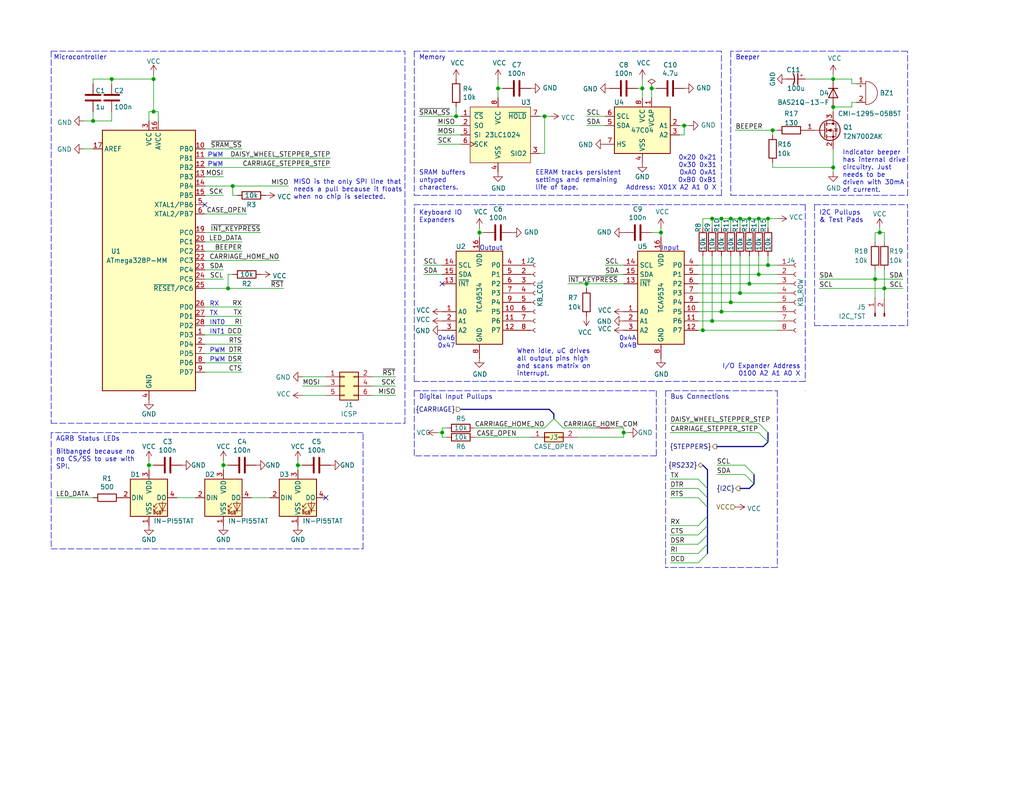
<source format=kicad_sch>
(kicad_sch (version 20211123) (generator eeschema)
  (paper "USLetter")
  (title_block (title "Microcontroller") (date "2022-07-15") (rev "1.0.0") (company "Zach Anderson"))
  (lib_symbols
    (symbol "Connector:Conn_01x02_Male" (pin_names (offset 1.016) hide)
      (property "Reference" "J" (at 0 2.54 0))
      (property "Value" "Conn_01x02_Male" (at 0 -5.08 0))
      (symbol "Conn_01x02_Male_1_1"
        (pin passive line (at 5.08 0 180) (length 3.81) (name "Pin_1") (number "1"))
        (pin passive line (at 5.08 -2.54 180) (length 3.81) (name "Pin_2") (number "2"))
      )
    )
    (symbol "Connector:Conn_01x08_Female" (pin_names (offset 1.016) hide)
      (property "Reference" "J" (at 0 10.16 0))
      (property "Value" "Conn_01x08_Female" (at 0 -12.7 0))
      (symbol "Conn_01x08_Female_1_1"
        (pin passive line (at -5.08 7.62 0) (length 3.81) (name "Pin_1") (number "1"))
        (pin passive line (at -5.08 5.08 0) (length 3.81) (name "Pin_2") (number "2"))
        (pin passive line (at -5.08 2.54 0) (length 3.81) (name "Pin_3") (number "3"))
        (pin passive line (at -5.08 0 0) (length 3.81) (name "Pin_4") (number "4"))
        (pin passive line (at -5.08 -2.54 0) (length 3.81) (name "Pin_5") (number "5"))
        (pin passive line (at -5.08 -5.08 0) (length 3.81) (name "Pin_6") (number "6"))
        (pin passive line (at -5.08 -7.62 0) (length 3.81) (name "Pin_7") (number "7"))
        (pin passive line (at -5.08 -10.16 0) (length 3.81) (name "Pin_8") (number "8"))
      )
    )
    (symbol "Connector_Generic:Conn_02x01" (pin_names (offset 1.016) hide)
      (property "Reference" "J" (at 1.27 2.54 0))
      (property "Value" "Conn_02x01" (at 1.27 -2.54 0))
      (symbol "Conn_02x01_1_1"
        (pin passive line (at -5.08 0 0) (length 3.81) (name "Pin_1") (number "1"))
        (pin passive line (at 7.62 0 180) (length 3.81) (name "Pin_2") (number "2"))
      )
    )
    (symbol "Connector_Generic:Conn_02x03_Odd_Even" (pin_names (offset 1.016) hide)
      (property "Reference" "J" (at 1.27 5.08 0))
      (property "Value" "Conn_02x03_Odd_Even" (at 1.27 -5.08 0))
      (symbol "Conn_02x03_Odd_Even_1_1"
        (pin passive line (at -5.08 2.54 0) (length 3.81) (name "Pin_1") (number "1"))
        (pin passive line (at 7.62 2.54 180) (length 3.81) (name "Pin_2") (number "2"))
        (pin passive line (at -5.08 0 0) (length 3.81) (name "Pin_3") (number "3"))
        (pin passive line (at 7.62 0 180) (length 3.81) (name "Pin_4") (number "4"))
        (pin passive line (at -5.08 -2.54 0) (length 3.81) (name "Pin_5") (number "5"))
        (pin passive line (at 7.62 -2.54 180) (length 3.81) (name "Pin_6") (number "6"))
      )
    )
    (symbol "Device:Buzzer" (pin_names (offset 0.0254) hide)
      (property "Reference" "BZ" (at 3.81 1.27 0))
      (property "Value" "Buzzer" (at 3.81 -1.27 0))
      (symbol "Buzzer_1_1"
        (pin passive line (at -2.54 2.54 0) (length 2.54) (name "-") (number "1"))
        (pin passive line (at -2.54 -2.54 0) (length 2.54) (name "+") (number "2"))
      )
    )
    (symbol "Device:C" (pin_numbers hide) (pin_names (offset 0.254))
      (property "Reference" "C" (at 0.635 2.54 0))
      (property "Value" "C" (at 0.635 -2.54 0))
      (symbol "C_1_1"
        (pin passive line (at 0 3.81 270) (length 2.794) (name "~") (number "1"))
        (pin passive line (at 0 -3.81 90) (length 2.794) (name "~") (number "2"))
      )
    )
    (symbol "Device:C_Polarized_Small_US" (pin_numbers hide) (pin_names (offset 0.254) hide)
      (property "Reference" "C" (at 0.254 1.778 0))
      (property "Value" "C_Polarized_Small_US" (at 0.254 -2.032 0))
      (symbol "C_Polarized_Small_US_1_1"
        (pin passive line (at 0 2.54 270) (length 2.032) (name "~") (number "1"))
        (pin passive line (at 0 -2.54 90) (length 2.032) (name "~") (number "2"))
      )
    )
    (symbol "Device:D" (pin_numbers hide) (pin_names (offset 1.016) hide)
      (property "Reference" "D" (at 0 2.54 0))
      (property "Value" "D" (at 0 -2.54 0))
      (symbol "D_1_1"
        (pin passive line (at -3.81 0 0) (length 2.54) (name "K") (number "1"))
        (pin passive line (at 3.81 0 180) (length 2.54) (name "A") (number "2"))
      )
    )
    (symbol "Device:NetTie_2" (pin_numbers hide) (pin_names (offset 0) hide)
      (property "Reference" "NT" (at 0 1.27 0))
      (property "Value" "NetTie_2" (at 0 -1.27 0))
      (symbol "NetTie_2_1_1"
        (pin passive line (at -2.54 0 0) (length 2.54) (name "1") (number "1"))
        (pin passive line (at 2.54 0 180) (length 2.54) (name "2") (number "2"))
      )
    )
    (symbol "Device:Q_NMOS_GSD" (pin_names (offset 0) hide)
      (property "Reference" "Q" (at 5.08 1.27 0))
      (property "Value" "Q_NMOS_GSD" (at 5.08 -1.27 0))
      (symbol "Q_NMOS_GSD_1_1"
        (pin input line (at -5.08 0 0) (length 2.54) (name "G") (number "1"))
        (pin passive line (at 2.54 -5.08 90) (length 2.54) (name "S") (number "2"))
        (pin passive line (at 2.54 5.08 270) (length 2.54) (name "D") (number "3"))
      )
    )
    (symbol "Device:R" (pin_numbers hide) (pin_names (offset 0))
      (property "Reference" "R" (at 2.032 0 90))
      (property "Value" "R" (at 0 0 90))
      (symbol "R_1_1"
        (pin passive line (at 0 3.81 270) (length 1.27) (name "~") (number "1"))
        (pin passive line (at 0 -3.81 90) (length 1.27) (name "~") (number "2"))
      )
    )
    (symbol "Interface_Expansion:TCA9534"
      (property "Reference" "U" (at -6.35 12.7 0))
      (property "Value" "TCA9534" (at 2.54 12.7 0))
      (symbol "TCA9534_1_1"
        (pin input line (at -10.16 -5.08 0) (length 3.81) (name "A0") (number "1"))
        (pin bidirectional line (at 10.16 -5.08 180) (length 3.81) (name "P5") (number "10"))
        (pin bidirectional line (at 10.16 -7.62 180) (length 3.81) (name "P6") (number "11"))
        (pin bidirectional line (at 10.16 -10.16 180) (length 3.81) (name "P7") (number "12"))
        (pin open_collector line (at -10.16 2.54 0) (length 3.81) (name "~{INT}") (number "13"))
        (pin input line (at -10.16 7.62 0) (length 3.81) (name "SCL") (number "14"))
        (pin bidirectional line (at -10.16 5.08 0) (length 3.81) (name "SDA") (number "15"))
        (pin power_in line (at 0 15.24 270) (length 3.81) (name "VDD") (number "16"))
        (pin input line (at -10.16 -7.62 0) (length 3.81) (name "A1") (number "2"))
        (pin input line (at -10.16 -10.16 0) (length 3.81) (name "A2") (number "3"))
        (pin bidirectional line (at 10.16 7.62 180) (length 3.81) (name "P0") (number "4"))
        (pin bidirectional line (at 10.16 5.08 180) (length 3.81) (name "P1") (number "5"))
        (pin bidirectional line (at 10.16 2.54 180) (length 3.81) (name "P2") (number "6"))
        (pin bidirectional line (at 10.16 0 180) (length 3.81) (name "P3") (number "7"))
        (pin power_in line (at 0 -17.78 90) (length 3.81) (name "GND") (number "8"))
        (pin bidirectional line (at 10.16 -2.54 180) (length 3.81) (name "P4") (number "9"))
      )
    )
    (symbol "LED:Inolux_IN-PI554FCH" (pin_names (offset 0.254))
      (property "Reference" "D" (at 5.08 5.715 0))
      (property "Value" "Inolux_IN-PI554FCH" (at 1.27 -5.715 0))
      (symbol "Inolux_IN-PI554FCH_0_0"
        (text "RGB" (at 2.286 -4.191 0) (effects (font (size 0.762 0.762))))
      )
      (symbol "Inolux_IN-PI554FCH_1_1"
        (pin power_in line (at 0 -7.62 90) (length 2.54) (name "VSS") (number "1"))
        (pin input line (at -7.62 0 0) (length 2.54) (name "DIN") (number "2"))
        (pin power_in line (at 0 7.62 270) (length 2.54) (name "VDD") (number "3"))
        (pin output line (at 7.62 0 180) (length 2.54) (name "DO") (number "4"))
      )
    )
    (symbol "MCU_Microchip_ATmega:ATmega328P-MM"
      (property "Reference" "U" (at -12.7 36.83 0))
      (property "Value" "ATmega328P-MM" (at 2.54 -36.83 0))
      (symbol "ATmega328P-MM_1_1"
        (pin bidirectional line (at 15.24 -20.32 180) (length 2.54) (name "PD3") (number "1"))
        (pin bidirectional line (at 15.24 30.48 180) (length 2.54) (name "PB0") (number "10"))
        (pin bidirectional line (at 15.24 27.94 180) (length 2.54) (name "PB1") (number "11"))
        (pin bidirectional line (at 15.24 25.4 180) (length 2.54) (name "PB2") (number "12"))
        (pin bidirectional line (at 15.24 22.86 180) (length 2.54) (name "PB3") (number "13"))
        (pin bidirectional line (at 15.24 20.32 180) (length 2.54) (name "PB4") (number "14"))
        (pin bidirectional line (at 15.24 17.78 180) (length 2.54) (name "PB5") (number "15"))
        (pin power_in line (at 2.54 38.1 270) (length 2.54) (name "AVCC") (number "16"))
        (pin passive line (at -15.24 30.48 0) (length 2.54) (name "AREF") (number "17"))
        (pin passive line (at 0 -38.1 90) (length 2.54) hide (name "GND") (number "18"))
        (pin bidirectional line (at 15.24 7.62 180) (length 2.54) (name "PC0") (number "19"))
        (pin bidirectional line (at 15.24 -22.86 180) (length 2.54) (name "PD4") (number "2"))
        (pin bidirectional line (at 15.24 5.08 180) (length 2.54) (name "PC1") (number "20"))
        (pin bidirectional line (at 15.24 2.54 180) (length 2.54) (name "PC2") (number "21"))
        (pin bidirectional line (at 15.24 0 180) (length 2.54) (name "PC3") (number "22"))
        (pin bidirectional line (at 15.24 -2.54 180) (length 2.54) (name "PC4") (number "23"))
        (pin bidirectional line (at 15.24 -5.08 180) (length 2.54) (name "PC5") (number "24"))
        (pin bidirectional line (at 15.24 -7.62 180) (length 2.54) (name "~{RESET}/PC6") (number "25"))
        (pin bidirectional line (at 15.24 -12.7 180) (length 2.54) (name "PD0") (number "26"))
        (pin bidirectional line (at 15.24 -15.24 180) (length 2.54) (name "PD1") (number "27"))
        (pin bidirectional line (at 15.24 -17.78 180) (length 2.54) (name "PD2") (number "28"))
        (pin passive line (at 0 -38.1 90) (length 2.54) hide (name "GND") (number "29"))
        (pin power_in line (at 0 38.1 270) (length 2.54) (name "VCC") (number "3"))
        (pin power_in line (at 0 -38.1 90) (length 2.54) (name "GND") (number "4"))
        (pin bidirectional line (at 15.24 15.24 180) (length 2.54) (name "XTAL1/PB6") (number "5"))
        (pin bidirectional line (at 15.24 12.7 180) (length 2.54) (name "XTAL2/PB7") (number "6"))
        (pin bidirectional line (at 15.24 -25.4 180) (length 2.54) (name "PD5") (number "7"))
        (pin bidirectional line (at 15.24 -27.94 180) (length 2.54) (name "PD6") (number "8"))
        (pin bidirectional line (at 15.24 -30.48 180) (length 2.54) (name "PD7") (number "9"))
      )
    )
    (symbol "Memory_NVRAM:47C04"
      (property "Reference" "U" (at -6.35 6.35 0))
      (property "Value" "47C04" (at 7.62 6.35 0))
      (symbol "47C04_1_1"
        (pin power_in line (at 2.54 7.62 270) (length 2.54) (name "VCAP") (number "1"))
        (pin input line (at 10.16 0 180) (length 2.54) (name "A1") (number "2"))
        (pin input line (at 10.16 -2.54 180) (length 2.54) (name "A2") (number "3"))
        (pin power_in line (at 0 -10.16 90) (length 2.54) (name "VSS") (number "4"))
        (pin bidirectional line (at -10.16 0 0) (length 2.54) (name "SDA") (number "5"))
        (pin input line (at -10.16 2.54 0) (length 2.54) (name "SCL") (number "6"))
        (pin input line (at -10.16 -5.08 0) (length 2.54) (name "HS") (number "7"))
        (pin power_in line (at 0 7.62 270) (length 2.54) (name "VCC") (number "8"))
      )
    )
    (symbol "power:GND" (power) (pin_names (offset 0))
      (property "Value" "GND" (at 0 -3.81 0))
      (symbol "GND_1_1"
        (pin power_in line (at 0 0 270) (length 0) hide (name "GND") (number "1"))
      )
    )
    (symbol "power:PWR_FLAG" (power) (pin_numbers hide) (pin_names (offset 0) hide)
      (property "Value" "PWR_FLAG" (at 0 3.81 0))
      (symbol "PWR_FLAG_0_0"
        (pin power_out line (at 0 0 90) (length 0) (name "pwr") (number "1"))
      )
    )
    (symbol "power:VCC" (power) (pin_names (offset 0))
      (property "Value" "VCC" (at 0 3.81 0))
      (symbol "VCC_1_1"
        (pin power_in line (at 0 0 90) (length 0) hide (name "VCC") (number "1"))
      )
    )
    (symbol "typerwriter:23LC1024" (pin_names (offset 1.016))
      (property "Reference" "U" (at -6.35 8.89 0))
      (property "Value" "23LC1024" (at 1.27 0 0))
      (symbol "23LC1024_1_1"
        (pin input line (at -10.16 5.08 0) (length 2.54) (name "~{CS}") (number "1"))
        (pin output line (at -10.16 2.54 0) (length 2.54) (name "SO") (number "2"))
        (pin input line (at 11.43 -5.08 180) (length 2.54) (name "SIO2") (number "3"))
        (pin power_in line (at 0 -10.16 90) (length 2.54) (name "VSS") (number "4"))
        (pin output line (at -10.16 0 0) (length 2.54) (name "SI") (number "5"))
        (pin input clock (at -10.16 -2.54 0) (length 2.54) (name "SCK") (number "6"))
        (pin input line (at 11.43 5.08 180) (length 2.54) (name "~{HOLD}") (number "7"))
        (pin power_in line (at 0 10.16 270) (length 2.54) (name "VCC") (number "8"))
      )
    )
  )
  (bus_alias "I2C" (members "SCL" "SDA"))
  (bus_alias "RS232" (members "TX" "DTR" "RTS" "RX" "CTS" "DSR" "RI" "DCD"))
  (bus_alias "STEPPERS" (members "DAISY_WHEEL_STEPPER_STEP" "CARRIAGE_STEPPER_STEP"))
  (junction (at 207.01 74.93))
  (junction (at 191.77 90.17))
  (junction (at 124.46 31.75))
  (junction (at 177.8 24.13))
  (junction (at 63.5 50.8))
  (junction (at 227.33 29.21))
  (junction (at 227.33 45.72))
  (junction (at 194.31 87.63))
  (junction (at 81.28 127))
  (junction (at 209.55 72.39))
  (junction (at 196.85 85.09))
  (junction (at 201.93 59.69))
  (junction (at 186.69 34.29))
  (junction (at 238.76 76.2))
  (junction (at 201.93 80.01))
  (junction (at 135.89 24.13))
  (junction (at 180.34 63.5))
  (junction (at 60.96 127))
  (junction (at 62.23 78.74))
  (junction (at 204.47 77.47))
  (junction (at 25.4 33.02))
  (junction (at 204.47 59.69))
  (junction (at 240.03 63.5))
  (junction (at 30.48 21.59))
  (junction (at 209.55 59.69))
  (junction (at 175.26 24.13))
  (junction (at 170.18 118.11))
  (junction (at 160.02 77.47))
  (junction (at 41.91 30.48))
  (junction (at 40.64 127))
  (junction (at 41.91 21.59))
  (junction (at 199.39 59.69))
  (junction (at 199.39 82.55))
  (junction (at 196.85 59.69))
  (junction (at 210.82 35.56))
  (junction (at 148.59 31.75))
  (junction (at 194.31 59.69))
  (junction (at 241.3 78.74))
  (junction (at 120.65 118.11))
  (junction (at 130.81 63.5))
  (junction (at 207.01 59.69))
  (junction (at 227.33 21.59))
  (no_connect (at 120.65 77.47))
  (no_connect (at 55.88 55.88))
  (no_connect (at 88.9 135.89))
  (bus_entry (at 190.5 133.35) (size 2.54 2.54))
  (bus_entry (at 148.59 116.84) (size 2.54 -2.54))
  (bus_entry (at 190.5 130.81) (size 2.54 2.54))
  (bus_entry (at 193.04 143.51) (size -2.54 2.54))
  (bus_entry (at 193.04 151.13) (size -2.54 2.54))
  (bus_entry (at 193.04 146.05) (size -2.54 2.54))
  (bus_entry (at 190.5 135.89) (size 2.54 2.54))
  (bus_entry (at 153.67 116.84) (size -2.54 -2.54))
  (bus_entry (at 193.04 140.97) (size -2.54 2.54))
  (bus_entry (at 203.2 127) (size 2.54 2.54))
  (bus_entry (at 203.2 129.54) (size 2.54 2.54))
  (bus_entry (at 207.01 118.11) (size 2.54 2.54))
  (bus_entry (at 207.01 115.57) (size 2.54 2.54))
  (bus_entry (at 193.04 148.59) (size -2.54 2.54))
  (wire (pts (xy 48.26 135.89) (xy 53.34 135.89)))
  (wire (pts (xy 66.04 40.64) (xy 55.88 40.64)))
  (wire (pts (xy 194.31 59.69) (xy 194.31 62.23)))
  (wire (pts (xy 60.96 53.34) (xy 55.88 53.34)))
  (wire (pts (xy 227.33 29.21) (xy 227.33 30.48)))
  (wire (pts (xy 120.65 118.11) (xy 120.65 119.38)))
  (wire (pts (xy 241.3 78.74) (xy 241.3 81.28)))
  (wire (pts (xy 25.4 21.59) (xy 30.48 21.59)))
  (wire (pts (xy 190.5 87.63) (xy 194.31 87.63)))
  (wire (pts (xy 201.93 80.01) (xy 201.93 69.85)))
  (polyline (pts (xy 113.03 55.88) (xy 219.71 55.88)))
  (polyline (pts (xy 113.03 53.34) (xy 196.85 53.34)))
  (wire (pts (xy 186.69 34.29) (xy 186.69 36.83)))
  (wire (pts (xy 227.33 45.72) (xy 227.33 46.99)))
  (wire (pts (xy 209.55 59.69) (xy 207.01 59.69)))
  (wire (pts (xy 182.88 143.51) (xy 190.5 143.51)))
  (wire (pts (xy 154.94 77.47) (xy 160.02 77.47)))
  (wire (pts (xy 199.39 82.55) (xy 190.5 82.55)))
  (polyline (pts (xy 196.85 53.34) (xy 196.85 13.97)))
  (wire (pts (xy 82.55 102.87) (xy 88.9 102.87)))
  (wire (pts (xy 194.31 59.69) (xy 191.77 59.69)))
  (wire (pts (xy 185.42 34.29) (xy 186.69 34.29)))
  (wire (pts (xy 180.34 62.23) (xy 180.34 63.5)))
  (wire (pts (xy 170.18 118.11) (xy 170.18 119.38)))
  (wire (pts (xy 63.5 50.8) (xy 78.74 50.8)))
  (wire (pts (xy 160.02 34.29) (xy 165.1 34.29)))
  (wire (pts (xy 55.88 50.8) (xy 63.5 50.8)))
  (wire (pts (xy 210.82 44.45) (xy 210.82 45.72)))
  (polyline (pts (xy 219.71 106.68) (xy 219.71 106.68)))
  (polyline (pts (xy 219.71 104.14) (xy 113.03 104.14)))
  (bus (pts (xy 193.04 143.51) (xy 193.04 146.05)))
  (wire (pts (xy 160.02 77.47) (xy 160.02 78.74)))
  (wire (pts (xy 175.26 24.13) (xy 173.99 24.13)))
  (wire (pts (xy 207.01 59.69) (xy 207.01 62.23)))
  (bus (pts (xy 193.04 128.27) (xy 193.04 133.35)))
  (wire (pts (xy 25.4 33.02) (xy 25.4 30.48)))
  (wire (pts (xy 194.31 69.85) (xy 194.31 87.63)))
  (wire (pts (xy 148.59 31.75) (xy 148.59 41.91)))
  (wire (pts (xy 66.04 91.44) (xy 55.88 91.44)))
  (wire (pts (xy 68.58 135.89) (xy 73.66 135.89)))
  (wire (pts (xy 60.96 127) (xy 60.96 128.27)))
  (wire (pts (xy 212.09 59.69) (xy 209.55 59.69)))
  (wire (pts (xy 196.85 59.69) (xy 196.85 62.23)))
  (wire (pts (xy 194.31 87.63) (xy 212.09 87.63)))
  (wire (pts (xy 55.88 78.74) (xy 62.23 78.74)))
  (wire (pts (xy 190.5 74.93) (xy 207.01 74.93)))
  (wire (pts (xy 240.03 62.23) (xy 240.03 63.5)))
  (polyline (pts (xy 99.06 118.11) (xy 13.97 118.11)))
  (wire (pts (xy 55.88 58.42) (xy 67.31 58.42)))
  (wire (pts (xy 233.68 22.86) (xy 232.41 22.86)))
  (polyline (pts (xy 222.25 55.88) (xy 222.25 88.9)))
  (wire (pts (xy 199.39 59.69) (xy 199.39 62.23)))
  (wire (pts (xy 238.76 76.2) (xy 238.76 81.28)))
  (wire (pts (xy 212.09 77.47) (xy 204.47 77.47)))
  (wire (pts (xy 212.09 82.55) (xy 199.39 82.55)))
  (wire (pts (xy 130.81 63.5) (xy 130.81 64.77)))
  (wire (pts (xy 190.5 151.13) (xy 182.88 151.13)))
  (polyline (pts (xy 110.49 115.57) (xy 110.49 13.97)))
  (polyline (pts (xy 199.39 53.34) (xy 247.65 53.34)))
  (wire (pts (xy 82.55 105.41) (xy 88.9 105.41)))
  (wire (pts (xy 190.5 135.89) (xy 182.88 135.89)))
  (wire (pts (xy 196.85 85.09) (xy 190.5 85.09)))
  (wire (pts (xy 55.88 68.58) (xy 66.04 68.58)))
  (wire (pts (xy 196.85 85.09) (xy 196.85 69.85)))
  (wire (pts (xy 60.96 127) (xy 62.23 127)))
  (polyline (pts (xy 222.25 55.88) (xy 247.65 55.88)))
  (polyline (pts (xy 179.07 124.46) (xy 113.03 124.46)))
  (wire (pts (xy 238.76 76.2) (xy 246.38 76.2)))
  (wire (pts (xy 66.04 86.36) (xy 55.88 86.36)))
  (wire (pts (xy 130.81 63.5) (xy 132.08 63.5)))
  (wire (pts (xy 124.46 29.21) (xy 124.46 31.75)))
  (wire (pts (xy 62.23 78.74) (xy 77.47 78.74)))
  (wire (pts (xy 177.8 26.67) (xy 177.8 24.13)))
  (polyline (pts (xy 113.03 106.68) (xy 113.03 124.46)))
  (bus (pts (xy 205.74 132.08) (xy 204.47 133.35)))
  (wire (pts (xy 201.93 62.23) (xy 201.93 59.69)))
  (wire (pts (xy 120.65 116.84) (xy 121.92 116.84)))
  (wire (pts (xy 165.1 74.93) (xy 170.18 74.93)))
  (wire (pts (xy 66.04 66.04) (xy 55.88 66.04)))
  (wire (pts (xy 55.88 96.52) (xy 66.04 96.52)))
  (wire (pts (xy 101.6 102.87) (xy 107.95 102.87)))
  (wire (pts (xy 241.3 63.5) (xy 241.3 66.04)))
  (wire (pts (xy 201.93 59.69) (xy 204.47 59.69)))
  (wire (pts (xy 41.91 30.48) (xy 43.18 30.48)))
  (polyline (pts (xy 222.25 88.9) (xy 247.65 88.9)))
  (wire (pts (xy 186.69 36.83) (xy 185.42 36.83)))
  (wire (pts (xy 30.48 21.59) (xy 41.91 21.59)))
  (wire (pts (xy 170.18 119.38) (xy 157.48 119.38)))
  (wire (pts (xy 201.93 59.69) (xy 199.39 59.69)))
  (wire (pts (xy 22.86 33.02) (xy 25.4 33.02)))
  (wire (pts (xy 130.81 62.23) (xy 130.81 63.5)))
  (wire (pts (xy 180.34 63.5) (xy 177.8 63.5)))
  (wire (pts (xy 238.76 73.66) (xy 238.76 76.2)))
  (wire (pts (xy 227.33 40.64) (xy 227.33 45.72)))
  (wire (pts (xy 55.88 76.2) (xy 60.96 76.2)))
  (wire (pts (xy 43.18 30.48) (xy 43.18 33.02)))
  (wire (pts (xy 60.96 48.26) (xy 55.88 48.26)))
  (polyline (pts (xy 13.97 13.97) (xy 13.97 115.57)))
  (wire (pts (xy 182.88 118.11) (xy 207.01 118.11)))
  (wire (pts (xy 196.85 59.69) (xy 194.31 59.69)))
  (polyline (pts (xy 181.61 106.68) (xy 181.61 154.94)))
  (wire (pts (xy 232.41 27.94) (xy 233.68 27.94)))
  (wire (pts (xy 119.38 34.29) (xy 125.73 34.29)))
  (wire (pts (xy 63.5 53.34) (xy 64.77 53.34)))
  (wire (pts (xy 90.17 45.72) (xy 55.88 45.72)))
  (wire (pts (xy 148.59 31.75) (xy 147.32 31.75)))
  (wire (pts (xy 223.52 76.2) (xy 238.76 76.2)))
  (wire (pts (xy 40.64 127) (xy 40.64 128.27)))
  (bus (pts (xy 193.04 146.05) (xy 193.04 148.59)))
  (wire (pts (xy 30.48 33.02) (xy 30.48 30.48)))
  (polyline (pts (xy 13.97 149.86) (xy 99.06 149.86)))
  (bus (pts (xy 205.74 129.54) (xy 205.74 132.08)))
  (wire (pts (xy 232.41 21.59) (xy 227.33 21.59)))
  (wire (pts (xy 207.01 74.93) (xy 212.09 74.93)))
  (wire (pts (xy 55.88 71.12) (xy 76.2 71.12)))
  (wire (pts (xy 135.89 24.13) (xy 135.89 21.59)))
  (wire (pts (xy 241.3 78.74) (xy 246.38 78.74)))
  (wire (pts (xy 160.02 31.75) (xy 165.1 31.75)))
  (wire (pts (xy 40.64 30.48) (xy 40.64 33.02)))
  (bus (pts (xy 209.55 120.65) (xy 208.28 121.92)))
  (wire (pts (xy 119.38 118.11) (xy 120.65 118.11)))
  (wire (pts (xy 170.18 118.11) (xy 171.45 118.11)))
  (wire (pts (xy 210.82 35.56) (xy 212.09 35.56)))
  (wire (pts (xy 227.33 29.21) (xy 232.41 29.21)))
  (polyline (pts (xy 113.03 106.68) (xy 179.07 106.68)))
  (wire (pts (xy 207.01 59.69) (xy 204.47 59.69)))
  (wire (pts (xy 40.64 30.48) (xy 41.91 30.48)))
  (wire (pts (xy 71.12 63.5) (xy 55.88 63.5)))
  (wire (pts (xy 177.8 24.13) (xy 179.07 24.13)))
  (wire (pts (xy 199.39 59.69) (xy 196.85 59.69)))
  (bus (pts (xy 193.04 138.43) (xy 193.04 140.97)))
  (wire (pts (xy 149.86 31.75) (xy 148.59 31.75)))
  (bus (pts (xy 193.04 140.97) (xy 193.04 143.51)))
  (wire (pts (xy 190.5 153.67) (xy 182.88 153.67)))
  (wire (pts (xy 135.89 24.13) (xy 137.16 24.13)))
  (wire (pts (xy 195.58 129.54) (xy 203.2 129.54)))
  (wire (pts (xy 232.41 22.86) (xy 232.41 21.59)))
  (polyline (pts (xy 99.06 149.86) (xy 99.06 118.11)))
  (polyline (pts (xy 179.07 106.68) (xy 179.07 124.46)))
  (wire (pts (xy 40.64 125.73) (xy 40.64 127)))
  (wire (pts (xy 190.5 80.01) (xy 201.93 80.01)))
  (wire (pts (xy 190.5 146.05) (xy 182.88 146.05)))
  (wire (pts (xy 204.47 77.47) (xy 190.5 77.47)))
  (wire (pts (xy 200.66 35.56) (xy 210.82 35.56)))
  (polyline (pts (xy 113.03 13.97) (xy 113.03 53.34)))
  (wire (pts (xy 115.57 72.39) (xy 120.65 72.39)))
  (wire (pts (xy 81.28 127) (xy 82.55 127)))
  (polyline (pts (xy 181.61 106.68) (xy 212.09 106.68)))
  (wire (pts (xy 209.55 59.69) (xy 209.55 62.23)))
  (wire (pts (xy 199.39 69.85) (xy 199.39 82.55)))
  (wire (pts (xy 191.77 59.69) (xy 191.77 62.23)))
  (wire (pts (xy 175.26 21.59) (xy 175.26 24.13)))
  (wire (pts (xy 204.47 59.69) (xy 204.47 62.23)))
  (wire (pts (xy 90.17 43.18) (xy 55.88 43.18)))
  (bus (pts (xy 193.04 135.89) (xy 193.04 138.43)))
  (wire (pts (xy 182.88 133.35) (xy 190.5 133.35)))
  (wire (pts (xy 66.04 93.98) (xy 55.88 93.98)))
  (wire (pts (xy 209.55 72.39) (xy 212.09 72.39)))
  (wire (pts (xy 210.82 45.72) (xy 227.33 45.72)))
  (wire (pts (xy 165.1 72.39) (xy 170.18 72.39)))
  (wire (pts (xy 162.56 116.84) (xy 153.67 116.84)))
  (polyline (pts (xy 247.65 88.9) (xy 247.65 55.88)))
  (wire (pts (xy 22.86 40.64) (xy 25.4 40.64)))
  (wire (pts (xy 40.64 127) (xy 41.91 127)))
  (wire (pts (xy 190.5 72.39) (xy 209.55 72.39)))
  (wire (pts (xy 232.41 29.21) (xy 232.41 27.94)))
  (wire (pts (xy 191.77 90.17) (xy 191.77 69.85)))
  (wire (pts (xy 124.46 31.75) (xy 125.73 31.75)))
  (wire (pts (xy 120.65 119.38) (xy 121.92 119.38)))
  (wire (pts (xy 41.91 21.59) (xy 41.91 30.48)))
  (wire (pts (xy 167.64 116.84) (xy 170.18 116.84)))
  (wire (pts (xy 187.96 34.29) (xy 186.69 34.29)))
  (wire (pts (xy 170.18 116.84) (xy 170.18 118.11)))
  (wire (pts (xy 62.23 74.93) (xy 63.5 74.93)))
  (wire (pts (xy 55.88 83.82) (xy 66.04 83.82)))
  (polyline (pts (xy 219.71 55.88) (xy 219.71 104.14)))
  (wire (pts (xy 82.55 107.95) (xy 88.9 107.95)))
  (wire (pts (xy 148.59 41.91) (xy 147.32 41.91)))
  (wire (pts (xy 15.24 135.89) (xy 25.4 135.89)))
  (polyline (pts (xy 113.03 104.14) (xy 113.03 55.88)))
  (wire (pts (xy 62.23 74.93) (xy 62.23 78.74)))
  (polyline (pts (xy 13.97 115.57) (xy 110.49 115.57)))
  (wire (pts (xy 114.3 31.75) (xy 124.46 31.75)))
  (wire (pts (xy 129.54 119.38) (xy 144.78 119.38)))
  (wire (pts (xy 241.3 73.66) (xy 241.3 78.74)))
  (wire (pts (xy 135.89 26.67) (xy 135.89 24.13)))
  (wire (pts (xy 41.91 20.32) (xy 41.91 21.59)))
  (wire (pts (xy 25.4 22.86) (xy 25.4 21.59)))
  (bus (pts (xy 209.55 118.11) (xy 209.55 120.65)))
  (wire (pts (xy 182.88 115.57) (xy 207.01 115.57)))
  (wire (pts (xy 191.77 90.17) (xy 212.09 90.17)))
  (wire (pts (xy 210.82 35.56) (xy 210.82 36.83)))
  (bus (pts (xy 193.04 128.27) (xy 191.77 127)))
  (wire (pts (xy 55.88 73.66) (xy 60.96 73.66)))
  (wire (pts (xy 209.55 69.85) (xy 209.55 72.39)))
  (wire (pts (xy 190.5 148.59) (xy 182.88 148.59)))
  (polyline (pts (xy 229.87 13.97) (xy 199.39 13.97)))
  (wire (pts (xy 207.01 74.93) (xy 207.01 69.85)))
  (wire (pts (xy 240.03 63.5) (xy 241.3 63.5)))
  (wire (pts (xy 223.52 78.74) (xy 241.3 78.74)))
  (wire (pts (xy 60.96 125.73) (xy 60.96 127)))
  (wire (pts (xy 30.48 21.59) (xy 30.48 22.86)))
  (wire (pts (xy 115.57 74.93) (xy 120.65 74.93)))
  (wire (pts (xy 238.76 63.5) (xy 238.76 66.04)))
  (wire (pts (xy 160.02 77.47) (xy 170.18 77.47)))
  (wire (pts (xy 66.04 99.06) (xy 55.88 99.06)))
  (polyline (pts (xy 113.03 13.97) (xy 196.85 13.97)))
  (bus (pts (xy 204.47 133.35) (xy 201.93 133.35)))
  (wire (pts (xy 238.76 63.5) (xy 240.03 63.5)))
  (wire (pts (xy 81.28 127) (xy 81.28 128.27)))
  (bus (pts (xy 125.73 111.76) (xy 149.86 111.76)))
  (polyline (pts (xy 13.97 127) (xy 13.97 149.86)))
  (wire (pts (xy 201.93 80.01) (xy 212.09 80.01)))
  (wire (pts (xy 129.54 116.84) (xy 148.59 116.84)))
  (wire (pts (xy 195.58 127) (xy 203.2 127)))
  (wire (pts (xy 101.6 107.95) (xy 107.95 107.95)))
  (wire (pts (xy 180.34 63.5) (xy 180.34 64.77)))
  (bus (pts (xy 151.13 113.03) (xy 151.13 114.3)))
  (bus (pts (xy 208.28 121.92) (xy 195.58 121.92)))
  (wire (pts (xy 81.28 125.73) (xy 81.28 127)))
  (bus (pts (xy 193.04 148.59) (xy 193.04 151.13)))
  (wire (pts (xy 66.04 101.6) (xy 55.88 101.6)))
  (wire (pts (xy 120.65 116.84) (xy 120.65 118.11)))
  (bus (pts (xy 149.86 111.76) (xy 151.13 113.03)))
  (wire (pts (xy 212.09 85.09) (xy 196.85 85.09)))
  (bus (pts (xy 193.04 133.35) (xy 193.04 135.89)))
  (wire (pts (xy 227.33 20.32) (xy 227.33 21.59)))
  (wire (pts (xy 182.88 130.81) (xy 190.5 130.81)))
  (wire (pts (xy 227.33 21.59) (xy 219.71 21.59)))
  (wire (pts (xy 204.47 69.85) (xy 204.47 77.47)))
  (polyline (pts (xy 13.97 13.97) (xy 110.49 13.97)))
  (wire (pts (xy 25.4 33.02) (xy 30.48 33.02)))
  (polyline (pts (xy 13.97 118.11) (xy 13.97 127)))
  (wire (pts (xy 119.38 36.83) (xy 125.73 36.83)))
  (wire (pts (xy 63.5 50.8) (xy 63.5 53.34)))
  (polyline (pts (xy 247.65 53.34) (xy 247.65 13.97)))
  (polyline (pts (xy 212.09 106.68) (xy 212.09 154.94)))
  (wire (pts (xy 119.38 39.37) (xy 125.73 39.37)))
  (wire (pts (xy 101.6 105.41) (xy 107.95 105.41)))
  (polyline (pts (xy 212.09 154.94) (xy 181.61 154.94)))
  (wire (pts (xy 190.5 90.17) (xy 191.77 90.17)))
  (wire (pts (xy 66.04 88.9) (xy 55.88 88.9)))
  (polyline (pts (xy 199.39 13.97) (xy 199.39 53.34)))
  (polyline (pts (xy 229.87 13.97) (xy 247.65 13.97)))
  (wire (pts (xy 175.26 26.67) (xy 175.26 24.13)))
  (text "Output" (at 130.81 68.58 0) (effects (font (size 1.27 1.27)) (justify left bottom)))
  (text "Beeper" (at 200.66 16.51 0) (effects (font (size 1.27 1.27)) (justify left bottom)))
  (text "Microcontroller" (at 14.605 16.51 0) (effects (font (size 1.27 1.27)) (justify left bottom)))
  (text "Memory" (at 114.3 16.51 0) (effects (font (size 1.27 1.27)) (justify left bottom)))
  (text "SRAM buffers\nuntyped\ncharacters." (at 114.3 52.07 0) (effects (font (size 1.27 1.27)) (justify left bottom)))
  (text "PWM" (at 60.96 45.72 180) (effects (font (size 1.27 1.27)) (justify right bottom)))
  (text "When idle, uC drives\nall output pins high\nand scans matrix on\ninterrupt." (at 140.97 102.87 0) (effects (font (size 1.27 1.27)) (justify left bottom)))
  (text "0x4A\n0x4B" (at 168.91 95.25 0) (effects (font (size 1.27 1.27)) (justify left bottom)))
  (text "TX" (at 57.15 86.36 0) (effects (font (size 1.27 1.27)) (justify left bottom)))
  (text "MISO is the only SPI line that\nneeds a pull because it floats\nwhen no chip is selected." (at 80.01 54.61 0) (effects (font (size 1.27 1.27)) (justify left bottom)))
  (text "0x46\n0x47" (at 119.38 95.25 0) (effects (font (size 1.27 1.27)) (justify left bottom)))
  (text "RX" (at 57.15 83.82 0) (effects (font (size 1.27 1.27)) (justify left bottom)))
  (text "PWM" (at 60.96 43.18 180) (effects (font (size 1.27 1.27)) (justify right bottom)))
  (text "INT1" (at 57.15 91.44 0) (effects (font (size 1.27 1.27)) (justify left bottom)))
  (text "Indicator beeper\nhas internal drive\ncircuitry. Just\nneeds to be\ndriven with 30mA\nof current." (at 229.87 52.705 0) (effects (font (size 1.27 1.27)) (justify left bottom)))
  (text "Digital Input Pullups" (at 114.3 109.22 0) (effects (font (size 1.27 1.27)) (justify left bottom)))
  (text "Input" (at 180.34 68.58 0) (effects (font (size 1.27 1.27)) (justify left bottom)))
  (text "0x20 0x21\n0x30 0x31\n0xA0 0xA1\n0xB0 0xB1\nAddress: X01X A2 A1 0 X\n" (at 195.58 52.07 0) (effects (font (size 1.27 1.27)) (justify right bottom)))
  (text "I2C Pullups\n& Test Pads" (at 223.52 60.96 0) (effects (font (size 1.27 1.27)) (justify left bottom)))
  (text "AGRB Status LEDs" (at 15.24 120.65 0) (effects (font (size 1.27 1.27)) (justify left bottom)))
  (text "Bus Connections" (at 182.88 109.22 0) (effects (font (size 1.27 1.27)) (justify left bottom)))
  (text "I/O Expander Address\n0100 A2 A1 A0 X" (at 218.44 102.87 180) (effects (font (size 1.27 1.27)) (justify right bottom)))
  (text "INT0" (at 57.15 88.9 0) (effects (font (size 1.27 1.27)) (justify left bottom)))
  (text "Bitbanged because no\nno CS/SS to use with\nSPI." (at 15.24 128.27 0) (effects (font (size 1.27 1.27)) (justify left bottom)))
  (text "EERAM tracks persistent\nsettings and remaining\nlife of tape." (at 146.05 52.07 0) (effects (font (size 1.27 1.27)) (justify left bottom)))
  (text "Keyboard IO\nExpanders" (at 114.3 60.96 0) (effects (font (size 1.27 1.27)) (justify left bottom)))
  (text "PWM" (at 57.15 96.52 0) (effects (font (size 1.27 1.27)) (justify left bottom)))
  (text "PWM" (at 57.15 99.06 0) (effects (font (size 1.27 1.27)) (justify left bottom)))
  (label "SCL" (at 165.1 72.39 0))
  (label "RTS" (at 66.04 93.98 180))
  (label "CARRIAGE_HOME_COM" (at 153.67 116.84 0))
  (label "SCK" (at 60.96 53.34 180))
  (label "SDA" (at 60.96 73.66 180))
  (label "CARRIAGE_HOME_NO" (at 76.2 71.12 180))
  (label "LED_DATA" (at 15.24 135.89 0))
  (label "TX" (at 182.88 130.81 0))
  (label "CARRIAGE_STEPPER_STEP" (at 182.88 118.11 0))
  (label "CARRIAGE_STEPPER_STEP" (at 90.17 45.72 180))
  (label "DSR" (at 182.88 148.59 0))
  (label "~{INT_KEYPRESS}" (at 71.12 63.5 180))
  (label "SDA" (at 115.57 74.93 0))
  (label "~{RST}" (at 107.95 102.87 180))
  (label "MOSI" (at 119.38 36.83 0))
  (label "BEEPER" (at 200.66 35.56 0))
  (label "~{SRAM_SS}" (at 114.3 31.75 0))
  (label "MISO" (at 78.74 50.8 180))
  (label "DTR" (at 66.04 96.52 180))
  (label "SCL" (at 246.38 78.74 180))
  (label "SCL" (at 195.58 127 0))
  (label "DCD" (at 182.88 153.67 0))
  (label "SDA" (at 165.1 74.93 0))
  (label "CASE_OPEN" (at 140.97 119.38 180))
  (label "LED_DATA" (at 66.04 66.04 180))
  (label "DAISY_WHEEL_STEPPER_STEP" (at 182.88 115.57 0))
  (label "CARRIAGE_HOME_NO" (at 148.59 116.84 180))
  (label "~{INT_KEYPRESS}" (at 154.94 77.47 0))
  (label "CTS" (at 182.88 146.05 0))
  (label "SDA" (at 160.02 34.29 0))
  (label "SCL" (at 223.52 78.74 0))
  (label "MOSI" (at 60.96 48.26 180))
  (label "~{SRAM_SS}" (at 66.04 40.64 180))
  (label "TX" (at 66.04 86.36 180))
  (label "MISO" (at 119.38 34.29 0))
  (label "SCL" (at 115.57 72.39 0))
  (label "DAISY_WHEEL_STEPPER_STEP" (at 90.17 43.18 180))
  (label "DSR" (at 66.04 99.06 180))
  (label "RI" (at 182.88 151.13 0))
  (label "BEEPER" (at 66.04 68.58 180))
  (label "CASE_OPEN" (at 67.31 58.42 180))
  (label "RX" (at 182.88 143.51 0))
  (label "SCK" (at 119.38 39.37 0))
  (label "RI" (at 66.04 88.9 180))
  (label "~{RST}" (at 77.47 78.74 180))
  (label "MISO" (at 107.95 107.95 180))
  (label "SDA" (at 246.38 76.2 180))
  (label "DTR" (at 182.88 133.35 0))
  (label "SCL" (at 60.96 76.2 180))
  (label "SCL" (at 160.02 31.75 0))
  (label "RX" (at 66.04 83.82 180))
  (label "SCK" (at 107.95 105.41 180))
  (label "MOSI" (at 82.55 105.41 0))
  (label "CTS" (at 66.04 101.6 180))
  (label "SDA" (at 223.52 76.2 0))
  (label "DCD" (at 66.04 91.44 180))
  (label "RTS" (at 182.88 135.89 0))
  (label "SDA" (at 195.58 129.54 0))
  (hierarchical_label "{STEPPERS}" (shape output) (at 195.58 121.92 180))
  (hierarchical_label "{CARRIAGE}" (shape input) (at 125.73 111.76 180))
  (hierarchical_label "VCC" (shape input) (at 200.66 138.43 180))
  (hierarchical_label "{RS232}" (shape bidirectional) (at 191.77 127 180))
  (hierarchical_label "{I2C}" (shape output) (at 201.93 133.35 180))
  (symbol (lib_id "MCU_Microchip_ATmega:ATmega328P-MM") (at 40.64 71.12 0) (unit 1)
    (property "Reference" "U1" (at 33.02 68.58 0) (effects (justify right)))
    (property "Value" "ATmega328P-MM" (at 45.72 71.12 0) (effects (justify right)))
    (property "Footprint" "Package_DFN_QFN:QFN-28-1EP_4x4mm_P0.45mm_EP2.4x2.4mm" (effects hide))
    (property "Datasheet" "http://ww1.microchip.com/downloads/en/DeviceDoc/ATmega328_P%20AVR%20MCU%20with%20picoPower%20Technology%20Data%20Sheet%2040001984A.pdf" (effects hide))
  )
  (symbol (lib_id "power:GND") (at 22.86 40.64 270) (unit 1)
    (property "Reference" "#PWR02" (effects hide))
    (property "Value" "GND" (at 19.6088 40.767 90) (effects (justify right)))
  )
  (symbol (lib_id "Connector_Generic:Conn_02x03_Odd_Even") (at 93.98 105.41 0) (unit 1)
    (property "Reference" "J1" (at 95.25 110.49 0))
    (property "Value" "ICSP" (at 95.25 113.03 0))
  )
  (symbol (lib_id "power:GND") (at 40.64 109.22 0) (unit 1)
    (property "Reference" "#PWR03" (effects hide))
    (property "Value" "GND" (at 40.64 113.03 0))
  )
  (symbol (lib_id "power:VCC") (at 82.55 107.95 90) (unit 1)
    (property "Reference" "#PWR016" (effects hide))
    (property "Value" "VCC" (at 79.3242 107.569 90) (effects (justify left)))
  )
  (symbol (lib_id "Device:R") (at 241.3 69.85 0) (unit 1)
    (property "Reference" "R19" (at 242.57 68.58 0) (effects (justify left)))
    (property "Value" "10k" (at 242.57 71.12 0) (effects (justify left)))
  )
  (symbol (lib_id "power:VCC") (at 240.03 62.23 0) (unit 1)
    (property "Reference" "#PWR049" (effects hide))
    (property "Value" "VCC" (at 240.03 58.42 0))
  )
  (symbol (lib_id "power:GND") (at 175.26 44.45 0) (unit 1)
    (property "Reference" "#PWR039" (effects hide))
    (property "Value" "GND" (at 175.26 48.26 0))
  )
  (symbol (lib_id "Device:C") (at 170.18 24.13 270) (unit 1)
    (property "Reference" "C8" (at 170.18 17.7292 90))
    (property "Value" "100n" (at 170.18 20.0406 90))
  )
  (symbol (lib_id "Device:C") (at 182.88 24.13 270) (unit 1)
    (property "Reference" "C10" (at 182.88 17.7292 90))
    (property "Value" "4.7u" (at 182.88 20.0406 90))
  )
  (symbol (lib_id "power:GND") (at 166.37 24.13 270) (unit 1)
    (property "Reference" "#PWR032" (effects hide))
    (property "Value" "GND" (at 163.1188 24.257 90) (effects (justify right)))
  )
  (symbol (lib_id "power:VCC") (at 175.26 21.59 0) (unit 1)
    (property "Reference" "#PWR038" (effects hide))
    (property "Value" "VCC" (at 175.641 17.1958 0))
  )
  (symbol (lib_id "power:GND") (at 186.69 24.13 90) (unit 1)
    (property "Reference" "#PWR042" (effects hide))
    (property "Value" "GND" (at 189.9412 24.003 90) (effects (justify right)))
  )
  (symbol (lib_id "Interface_Expansion:TCA9534") (at 130.81 80.01 0) (unit 1)
    (property "Reference" "U2" (at 125.73 67.31 0))
    (property "Value" "TCA9534" (at 130.81 81.28 90))
    (property "Datasheet" "http://www.ti.com/lit/ds/symlink/tca9534.pdf" (effects hide))
  )
  (symbol (lib_id "Interface_Expansion:TCA9534") (at 180.34 80.01 0) (unit 1)
    (property "Reference" "U5" (at 175.26 67.31 0))
    (property "Value" "TCA9534" (at 180.34 81.28 90))
    (property "Datasheet" "http://www.ti.com/lit/ds/symlink/tca9534.pdf" (effects hide))
  )
  (symbol (lib_id "Connector:Conn_01x08_Female") (at 146.05 80.01 0) (unit 1)
    (property "Reference" "J2" (at 143.51 71.12 0) (effects (justify left)))
    (property "Value" "KB_COL" (at 147.32 83.82 90) (effects (justify left)))
  )
  (symbol (lib_id "Connector:Conn_01x08_Female") (at 217.17 80.01 0) (unit 1)
    (property "Reference" "J4" (at 214.63 71.12 0) (effects (justify left)))
    (property "Value" "KB_ROW" (at 218.44 83.82 90) (effects (justify left)))
  )
  (symbol (lib_id "Device:R") (at 160.02 82.55 0) (unit 1)
    (property "Reference" "R7" (at 154.94 81.28 0) (effects (justify left)))
    (property "Value" "10k" (at 154.94 83.82 0) (effects (justify left)))
  )
  (symbol (lib_id "power:VCC") (at 160.02 86.36 180) (unit 1)
    (property "Reference" "#PWR030" (effects hide))
    (property "Value" "VCC" (at 159.639 90.7542 0))
  )
  (symbol (lib_id "power:GND") (at 180.34 97.79 0) (unit 1)
    (property "Reference" "#PWR041" (effects hide))
    (property "Value" "GND" (at 180.467 102.1842 0))
  )
  (symbol (lib_id "power:GND") (at 82.55 102.87 270) (unit 1)
    (property "Reference" "#PWR015" (effects hide))
    (property "Value" "GND" (at 79.2988 102.997 90) (effects (justify right)))
  )
  (symbol (lib_id "typerwriter:23LC1024") (at 135.89 36.83 0) (unit 1)
    (property "Reference" "U3" (at 143.51 27.94 0))
    (property "Value" "23LC1024" (at 137.16 36.83 0))
    (property "Datasheet" "https://ww1.microchip.com/downloads/en/DeviceDoc/20005142C.pdf" (effects hide))
  )
  (symbol (lib_id "power:VCC") (at 149.86 31.75 270) (unit 1)
    (property "Reference" "#PWR029" (effects hide))
    (property "Value" "VCC" (at 153.1112 32.131 90) (effects (justify left)))
  )
  (symbol (lib_id "power:GND") (at 135.89 46.99 0) (unit 1)
    (property "Reference" "#PWR026" (effects hide))
    (property "Value" "GND" (at 136.017 51.3842 0))
  )
  (symbol (lib_id "power:VCC") (at 135.89 21.59 0) (unit 1)
    (property "Reference" "#PWR025" (effects hide))
    (property "Value" "VCC" (at 136.271 17.1958 0))
  )
  (symbol (lib_id "Device:R") (at 124.46 25.4 0) (unit 1)
    (property "Reference" "R4" (at 126.238 24.2316 0) (effects (justify left)))
    (property "Value" "10k" (at 126.238 26.543 0) (effects (justify left)))
  )
  (symbol (lib_id "power:VCC") (at 124.46 21.59 0) (unit 1)
    (property "Reference" "#PWR022" (effects hide))
    (property "Value" "VCC" (at 124.841 17.1958 0))
  )
  (symbol (lib_id "Device:C") (at 140.97 24.13 270) (unit 1)
    (property "Reference" "C7" (at 140.97 17.7292 90))
    (property "Value" "100n" (at 140.97 20.0406 90))
  )
  (symbol (lib_id "power:GND") (at 144.78 24.13 90) (unit 1)
    (property "Reference" "#PWR028" (effects hide))
    (property "Value" "GND" (at 148.0312 24.003 90) (effects (justify right)))
  )
  (symbol (lib_id "power:GND") (at 165.1 39.37 270) (unit 1)
    (property "Reference" "#PWR031" (effects hide))
    (property "Value" "GND" (at 161.8488 39.497 90) (effects (justify right)))
  )
  (symbol (lib_id "Memory_NVRAM:47C04") (at 175.26 34.29 0) (unit 1)
    (property "Reference" "U4" (at 168.91 27.94 0))
    (property "Value" "47C04" (at 175.26 35.56 0))
    (property "Datasheet" "http://ww1.microchip.com/downloads/en/DeviceDoc/20005371C.pdf" (effects hide))
  )
  (symbol (lib_id "power:VCC") (at 120.65 85.09 90) (unit 1)
    (property "Reference" "#PWR019" (effects hide))
    (property "Value" "VCC" (at 117.4242 84.709 90) (effects (justify left)))
  )
  (symbol (lib_id "power:GND") (at 187.96 34.29 90) (unit 1)
    (property "Reference" "#PWR043" (effects hide))
    (property "Value" "GND" (at 191.2112 34.163 90) (effects (justify right)))
  )
  (symbol (lib_id "power:GND") (at 120.65 90.17 270) (unit 1)
    (property "Reference" "#PWR021" (effects hide))
    (property "Value" "GND" (at 117.3988 90.297 90) (effects (justify right)))
  )
  (symbol (lib_id "power:VCC") (at 120.65 87.63 90) (unit 1)
    (property "Reference" "#PWR020" (effects hide))
    (property "Value" "VCC" (at 117.4242 87.249 90) (effects (justify left)))
  )
  (symbol (lib_id "power:GND") (at 170.18 87.63 270) (unit 1)
    (property "Reference" "#PWR035" (effects hide))
    (property "Value" "GND" (at 166.9288 87.757 90) (effects (justify right)))
  )
  (symbol (lib_id "power:VCC") (at 170.18 90.17 90) (unit 1)
    (property "Reference" "#PWR036" (effects hide))
    (property "Value" "VCC" (at 166.9542 89.789 90) (effects (justify left)))
  )
  (symbol (lib_id "power:VCC") (at 170.18 85.09 90) (unit 1)
    (property "Reference" "#PWR034" (effects hide))
    (property "Value" "VCC" (at 166.9542 84.709 90) (effects (justify left)))
  )
  (symbol (lib_id "power:GND") (at 130.81 97.79 0) (unit 1)
    (property "Reference" "#PWR024" (effects hide))
    (property "Value" "GND" (at 130.937 102.1842 0))
  )
  (symbol (lib_id "power:VCC") (at 130.81 62.23 0) (unit 1)
    (property "Reference" "#PWR023" (effects hide))
    (property "Value" "VCC" (at 131.191 57.8358 0))
  )
  (symbol (lib_id "power:VCC") (at 180.34 62.23 0) (unit 1)
    (property "Reference" "#PWR040" (effects hide))
    (property "Value" "VCC" (at 180.721 57.8358 0))
  )
  (symbol (lib_id "Device:C") (at 135.89 63.5 270) (unit 1)
    (property "Reference" "C6" (at 135.89 57.0992 90))
    (property "Value" "100n" (at 135.89 59.4106 90))
  )
  (symbol (lib_id "power:GND") (at 139.7 63.5 90) (unit 1)
    (property "Reference" "#PWR027" (effects hide))
    (property "Value" "GND" (at 142.9512 63.373 90) (effects (justify right)))
  )
  (symbol (lib_id "Device:C") (at 173.99 63.5 270) (mirror x) (unit 1)
    (property "Reference" "C9" (at 173.99 57.0992 90))
    (property "Value" "100n" (at 173.99 59.4106 90))
  )
  (symbol (lib_id "power:GND") (at 170.18 63.5 270) (mirror x) (unit 1)
    (property "Reference" "#PWR033" (effects hide))
    (property "Value" "GND" (at 166.9288 63.373 90) (effects (justify right)))
  )
  (symbol (lib_id "Device:R") (at 191.77 66.04 0) (mirror x) (unit 1)
    (property "Reference" "R8" (at 190.5 63.5 90) (effects (justify right)))
    (property "Value" "10k" (at 191.77 64.77 90) (effects (justify left)))
  )
  (symbol (lib_id "Device:R") (at 194.31 66.04 0) (mirror x) (unit 1)
    (property "Reference" "R9" (at 193.04 63.5 90) (effects (justify right)))
    (property "Value" "10k" (at 194.31 64.77 90) (effects (justify left)))
  )
  (symbol (lib_id "Device:R") (at 196.85 66.04 0) (mirror x) (unit 1)
    (property "Reference" "R10" (at 195.58 63.5 90) (effects (justify right)))
    (property "Value" "10k" (at 196.85 64.77 90) (effects (justify left)))
  )
  (symbol (lib_id "Device:R") (at 199.39 66.04 0) (mirror x) (unit 1)
    (property "Reference" "R11" (at 198.12 63.5 90) (effects (justify right)))
    (property "Value" "10k" (at 199.39 64.77 90) (effects (justify left)))
  )
  (symbol (lib_id "Device:R") (at 201.93 66.04 0) (mirror x) (unit 1)
    (property "Reference" "R12" (at 200.66 63.5 90) (effects (justify right)))
    (property "Value" "10k" (at 201.93 64.77 90) (effects (justify left)))
  )
  (symbol (lib_id "Device:R") (at 204.47 66.04 0) (mirror x) (unit 1)
    (property "Reference" "R13" (at 203.2 63.5 90) (effects (justify right)))
    (property "Value" "10k" (at 204.47 64.77 90) (effects (justify left)))
  )
  (symbol (lib_id "Device:R") (at 207.01 66.04 0) (mirror x) (unit 1)
    (property "Reference" "R14" (at 205.74 63.5 90) (effects (justify right)))
    (property "Value" "10k" (at 207.01 64.77 90) (effects (justify left)))
  )
  (symbol (lib_id "Device:R") (at 209.55 66.04 0) (mirror x) (unit 1)
    (property "Reference" "R15" (at 208.28 63.5 90) (effects (justify right)))
    (property "Value" "10k" (at 209.55 64.77 90) (effects (justify left)))
  )
  (symbol (lib_id "power:VCC") (at 212.09 59.69 270) (mirror x) (unit 1)
    (property "Reference" "#PWR045" (effects hide))
    (property "Value" "VCC" (at 215.3412 59.309 90) (effects (justify left)))
  )
  (symbol (lib_id "Device:R") (at 125.73 119.38 270) (mirror x) (unit 1)
    (property "Reference" "R6" (at 125.73 121.92 90))
    (property "Value" "10k" (at 125.73 119.38 90))
  )
  (symbol (lib_id "Device:R") (at 125.73 116.84 270) (mirror x) (unit 1)
    (property "Reference" "R5" (at 125.73 114.3 90))
    (property "Value" "10k" (at 125.73 116.84 90))
  )
  (symbol (lib_id "power:VCC") (at 119.38 118.11 90) (unit 1)
    (property "Reference" "#PWR018" (effects hide))
    (property "Value" "VCC" (at 115.57 118.11 90))
  )
  (symbol (lib_id "LED:Inolux_IN-PI554FCH") (at 40.64 135.89 0) (unit 1)
    (property "Reference" "D1" (at 35.56 129.54 0) (effects (justify left)))
    (property "Value" "IN-PI55TAT" (at 41.91 142.24 0) (effects (justify left)))
    (property "Footprint" "LED_SMD:LED_Inolux_IN-PI554FCH_PLCC4_5.0x5.0mm_P3.2mm" (effects hide))
    (property "Datasheet" "http://www.inolux-corp.com/datasheet/SMDLED/Addressable%20LED/IN-PI554FCH.pdf" (effects hide))
  )
  (symbol (lib_id "power:GND") (at 40.64 143.51 0) (unit 1)
    (property "Reference" "#PWR05" (effects hide))
    (property "Value" "GND" (at 40.64 147.32 0))
  )
  (symbol (lib_id "Device:C") (at 45.72 127 270) (unit 1)
    (property "Reference" "C3" (at 45.72 120.5992 90))
    (property "Value" "100n" (at 45.72 122.9106 90))
  )
  (symbol (lib_id "power:VCC") (at 40.64 125.73 0) (unit 1)
    (property "Reference" "#PWR04" (effects hide))
    (property "Value" "VCC" (at 40.64 121.92 0))
  )
  (symbol (lib_id "power:GND") (at 49.53 127 90) (unit 1)
    (property "Reference" "#PWR07" (effects hide))
    (property "Value" "GND" (at 52.07 127 90) (effects (justify right)))
  )
  (symbol (lib_id "LED:Inolux_IN-PI554FCH") (at 60.96 135.89 0) (unit 1)
    (property "Reference" "D2" (at 55.88 129.54 0) (effects (justify left)))
    (property "Value" "IN-PI55TAT" (at 62.23 142.24 0) (effects (justify left)))
    (property "Footprint" "LED_SMD:LED_Inolux_IN-PI554FCH_PLCC4_5.0x5.0mm_P3.2mm" (effects hide))
    (property "Datasheet" "http://www.inolux-corp.com/datasheet/SMDLED/Addressable%20LED/IN-PI554FCH.pdf" (effects hide))
  )
  (symbol (lib_id "power:GND") (at 60.96 143.51 0) (unit 1)
    (property "Reference" "#PWR09" (effects hide))
    (property "Value" "GND" (at 60.96 147.32 0))
  )
  (symbol (lib_id "Device:C") (at 66.04 127 270) (unit 1)
    (property "Reference" "C4" (at 66.04 120.5992 90))
    (property "Value" "100n" (at 66.04 122.9106 90))
  )
  (symbol (lib_id "power:VCC") (at 60.96 125.73 0) (unit 1)
    (property "Reference" "#PWR08" (effects hide))
    (property "Value" "VCC" (at 60.96 121.92 0))
  )
  (symbol (lib_id "power:GND") (at 69.85 127 90) (unit 1)
    (property "Reference" "#PWR010" (effects hide))
    (property "Value" "GND" (at 72.39 127 90) (effects (justify right)))
  )
  (symbol (lib_id "LED:Inolux_IN-PI554FCH") (at 81.28 135.89 0) (unit 1)
    (property "Reference" "D3" (at 76.2 129.54 0) (effects (justify left)))
    (property "Value" "IN-PI55TAT" (at 82.55 142.24 0) (effects (justify left)))
    (property "Footprint" "LED_SMD:LED_Inolux_IN-PI554FCH_PLCC4_5.0x5.0mm_P3.2mm" (effects hide))
    (property "Datasheet" "http://www.inolux-corp.com/datasheet/SMDLED/Addressable%20LED/IN-PI554FCH.pdf" (effects hide))
  )
  (symbol (lib_id "power:GND") (at 81.28 143.51 0) (unit 1)
    (property "Reference" "#PWR014" (effects hide))
    (property "Value" "GND" (at 81.28 147.32 0))
  )
  (symbol (lib_id "Device:C") (at 86.36 127 270) (unit 1)
    (property "Reference" "C5" (at 86.36 120.5992 90))
    (property "Value" "100n" (at 86.36 122.9106 90))
  )
  (symbol (lib_id "power:VCC") (at 81.28 125.73 0) (unit 1)
    (property "Reference" "#PWR013" (effects hide))
    (property "Value" "VCC" (at 81.28 121.92 0))
  )
  (symbol (lib_id "power:GND") (at 90.17 127 90) (unit 1)
    (property "Reference" "#PWR017" (effects hide))
    (property "Value" "GND" (at 92.71 127 90) (effects (justify right)))
  )
  (symbol (lib_id "Device:R") (at 29.21 135.89 270) (unit 1)
    (property "Reference" "R1" (at 29.21 130.6322 90))
    (property "Value" "500" (at 29.21 132.9436 90))
  )
  (symbol (lib_id "Device:D") (at 227.33 25.4 270) (unit 1)
    (property "Reference" "D4" (at 223.52 25.4 90) (effects (justify left)))
    (property "Value" "BAS21Q-13-F" (at 212.09 27.94 90) (effects (justify left)))
    (property "Datasheet" "https://www.diodes.com/assets/Datasheets/Ds12004.pdf" (effects hide))
  )
  (symbol (lib_id "power:VCC") (at 227.33 20.32 0) (unit 1)
    (property "Reference" "#PWR047" (effects hide))
    (property "Value" "VCC" (at 227.711 15.9258 0))
  )
  (symbol (lib_id "power:GND") (at 227.33 46.99 0) (unit 1)
    (property "Reference" "#PWR048" (effects hide))
    (property "Value" "GND" (at 227.457 51.3842 0))
  )
  (symbol (lib_id "Device:R") (at 215.9 35.56 270) (unit 1)
    (property "Reference" "R17" (at 215.9 31.75 90) (effects (justify bottom)))
    (property "Value" "130" (at 215.9 34.29 90) (effects (justify bottom)))
  )
  (symbol (lib_id "Device:Buzzer") (at 236.22 25.4 0) (unit 1)
    (property "Reference" "BZ1" (at 240.03 25.4 0) (effects (justify left)))
    (property "Value" "CMI-1295-0585T" (at 228.6 31.75 0) (effects (justify left bottom)))
    (property "Datasheet" "https://www.cuidevices.com/product/resource/cmi-1295-0585t.pdf" (effects hide))
  )
  (symbol (lib_id "Device:R") (at 238.76 69.85 0) (unit 1)
    (property "Reference" "R18" (at 234.95 68.58 0))
    (property "Value" "10k" (at 234.95 71.12 0))
  )
  (symbol (lib_id "Device:R") (at 68.58 53.34 270) (unit 1)
    (property "Reference" "R3" (at 68.58 55.88 90))
    (property "Value" "10k" (at 68.58 53.34 90))
  )
  (symbol (lib_id "power:VCC") (at 72.39 53.34 270) (unit 1)
    (property "Reference" "#PWR012" (effects hide))
    (property "Value" "VCC" (at 75.6412 53.721 90) (effects (justify left)))
  )
  (symbol (lib_id "power:VCC") (at 71.12 74.93 270) (unit 1)
    (property "Reference" "#PWR011" (effects hide))
    (property "Value" "VCC" (at 74.3712 75.311 90) (effects (justify left)))
  )
  (symbol (lib_id "Connector:Conn_01x02_Male") (at 238.76 86.36 90) (unit 1)
    (property "Reference" "J5" (at 236.22 83.82 90) (effects (justify left)))
    (property "Value" "I2C_TST" (at 236.22 86.36 90) (effects (justify left)))
  )
  (symbol (lib_id "power:GND") (at 214.63 21.59 270) (unit 1)
    (property "Reference" "#PWR046" (effects hide))
    (property "Value" "GND" (at 210.82 21.59 0))
  )
  (symbol (lib_id "power:VCC") (at 41.91 20.32 0) (unit 1)
    (property "Reference" "#PWR06" (effects hide))
    (property "Value" "VCC" (at 41.91 16.7442 0))
  )
  (symbol (lib_id "Device:NetTie_2") (at 165.1 116.84 0) (mirror y) (unit 1)
    (property "Reference" "NT1" (effects hide))
    (property "Value" "NetTie_2" (effects hide))
  )
  (symbol (lib_id "Device:C") (at 30.48 26.67 180) (unit 1)
    (property "Reference" "C2" (at 31.115 24.765 0) (effects (justify right)))
    (property "Value" "100n" (at 31.115 29.21 0) (effects (justify right)))
  )
  (symbol (lib_id "Device:C_Polarized_Small_US") (at 217.17 21.59 270) (unit 1)
    (property "Reference" "C11" (at 218.44 19.05 90) (effects (justify right)))
    (property "Value" "100u" (at 219.71 24.13 90) (effects (justify right)))
  )
  (symbol (lib_id "Device:Q_NMOS_GSD") (at 224.79 35.56 0) (unit 1)
    (property "Reference" "Q1" (at 229.997 34.7253 0) (effects (justify left)))
    (property "Value" "T2N7002AK" (at 229.997 37.2622 0) (effects (justify left)))
    (property "Datasheet" "https://toshiba.semicon-storage.com/info/docget.jsp?did=29712&prodName=T2N7002AK" (effects hide))
  )
  (symbol (lib_id "Device:C") (at 25.4 26.67 180) (unit 1)
    (property "Reference" "C1" (at 26.035 24.765 0) (effects (justify right)))
    (property "Value" "1u" (at 26.035 29.21 0) (effects (justify right)))
  )
  (symbol (lib_id "power:GND") (at 22.86 33.02 270) (unit 1)
    (property "Reference" "#PWR01" (effects hide))
    (property "Value" "GND" (at 19.6851 33.4538 90) (effects (justify right)))
  )
  (symbol (lib_id "Connector_Generic:Conn_02x01") (at 149.86 119.38 0) (unit 1)
    (property "Reference" "J3" (at 151.13 119.38 0))
    (property "Value" "CASE_OPEN" (at 151.13 121.92 0))
  )
  (symbol (lib_id "Device:R") (at 67.31 74.93 270) (unit 1)
    (property "Reference" "R2" (at 67.31 77.47 90))
    (property "Value" "10k" (at 67.31 74.93 90))
  )
  (symbol (lib_id "power:VCC") (at 200.66 138.43 270) (unit 1)
    (property "Reference" "#PWR044" (effects hide))
    (property "Value" "VCC" (at 203.835 138.8638 90) (effects (justify left)))
  )
  (symbol (lib_id "power:GND") (at 171.45 118.11 90) (mirror x) (unit 1)
    (property "Reference" "#PWR037" (effects hide))
    (property "Value" "GND" (at 173.99 118.11 90) (effects (justify right)))
  )
  (symbol (lib_id "power:PWR_FLAG") (at 177.8 24.13 0) (unit 1)
    (property "Reference" "#FLG01" (effects hide))
    (property "Value" "PWR_FLAG" (effects hide))
  )
  (symbol (lib_id "Device:R") (at 210.82 40.64 0) (unit 1)
    (property "Reference" "R16" (at 212.09 39.37 0) (effects (justify left)))
    (property "Value" "10k" (at 212.09 41.91 0) (effects (justify left)))
  )
)
</source>
